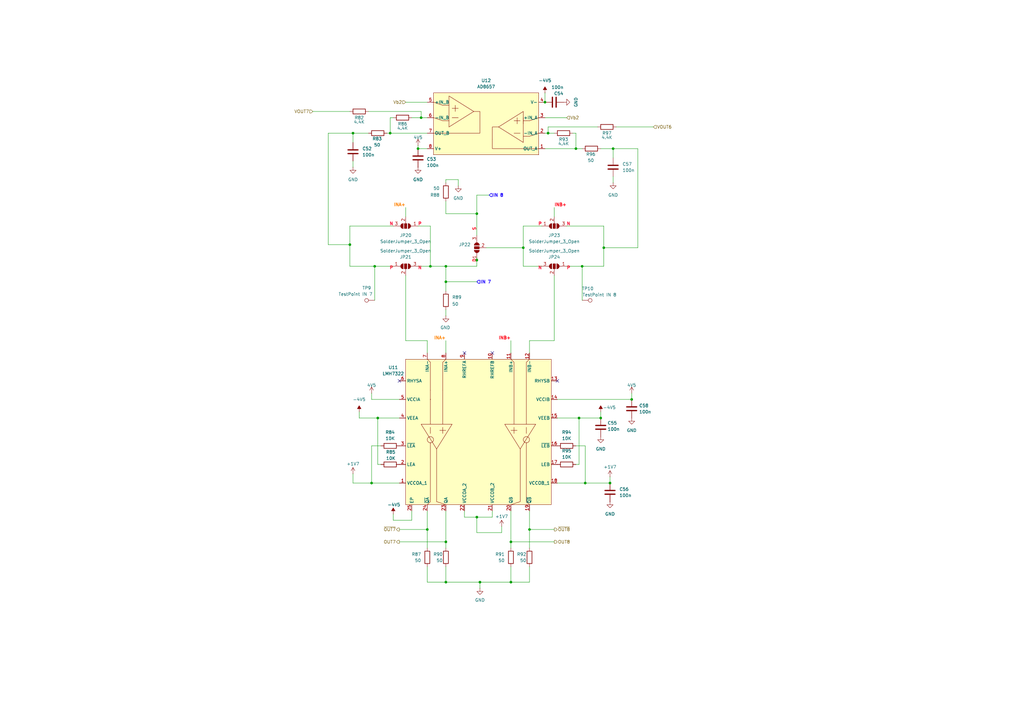
<source format=kicad_sch>
(kicad_sch (version 20231120) (generator "eeschema") (generator_version "8.0")
  (paper "A3")
  (lib_symbols
    (symbol "Connector:TestPoint" (pin_numbers hide) (pin_names (offset 0.762) hide)
      (property "Reference" "TP" (at 0 6.858 0))
      (property "Value" "TestPoint" (at 0 5.08 0))
      (symbol "TestPoint_0_1"
        (circle (center 0 3.302) (radius 0.762))
      )
      (symbol "TestPoint_1_1"
        (pin passive line (at 0 0 90) (length 2.54) (name "1") (number "1"))
      )
    )
    (symbol "Device:C" (pin_numbers hide) (pin_names (offset 0.254))
      (property "Reference" "C" (at 0.635 2.54 0))
      (property "Value" "C" (at 0.635 -2.54 0))
      (symbol "C_0_1"
        (polyline (pts (xy -2.032 -0.762) (xy 2.032 -0.762)) (stroke (width 0.508)))
        (polyline (pts (xy -2.032 0.762) (xy 2.032 0.762)) (stroke (width 0.508)))
      )
      (symbol "C_1_1"
        (pin passive line (at 0 3.81 270) (length 2.794) (name "~") (number "1"))
        (pin passive line (at 0 -3.81 90) (length 2.794) (name "~") (number "2"))
      )
    )
    (symbol "Device:R" (pin_numbers hide) (pin_names (offset 0))
      (property "Reference" "R" (at 2.032 0 90))
      (property "Value" "R" (at 0 0 90))
      (symbol "R_0_1"
        (rectangle (start -1.016 -2.54) (end 1.016 2.54) (stroke (width 0.254)))
      )
      (symbol "R_1_1"
        (pin passive line (at 0 3.81 270) (length 1.27) (name "~") (number "1"))
        (pin passive line (at 0 -3.81 90) (length 1.27) (name "~") (number "2"))
      )
    )
    (symbol "SolderJumper_3_Open_3" (pin_names (offset 0) hide) (exclude_from_sim yes) (in_bom no)
      (property "Reference" "JP" (at -2.54 -2.54 0))
      (property "Value" "SolderJumper_3_Open" (at 0 2.794 0))
      (symbol "SolderJumper_3_Open_3_0_1"
        (arc (start -1.016 1.016) (mid -2.0276 0) (end -1.016 -1.016))
        (arc (start -1.016 1.016) (mid -2.0276 0) (end -1.016 -1.016) (fill (type outline)))
        (rectangle (start -0.508 1.016) (end 0.508 -1.016) (fill (type outline)))
        (polyline (pts (xy -2.54 0) (xy -2.032 0)))
        (polyline (pts (xy -1.016 1.016) (xy -1.016 -1.016)))
        (polyline (pts (xy 0 -1.27) (xy 0 -1.016)))
        (polyline (pts (xy 1.016 1.016) (xy 1.016 -1.016)))
        (polyline (pts (xy 2.54 0) (xy 2.032 0)))
        (arc (start 1.016 -1.016) (mid 2.0276 0) (end 1.016 1.016))
        (arc (start 1.016 -1.016) (mid 2.0276 0) (end 1.016 1.016) (fill (type outline)))
      )
      (symbol "SolderJumper_3_Open_3_1_1"
        (pin passive line (at -5.08 0 0) (length 2.54) (name "A") (number "1"))
        (pin passive line (at 0 -3.81 90) (length 2.54) (name "C") (number "2"))
        (pin passive line (at 5.08 0 180) (length 2.54) (name "B") (number "3"))
      )
    )
    (symbol "power:+1V2" (power) (pin_numbers hide) (pin_names (offset 0) hide)
      (property "Value" "+1V2" (at 0 3.556 0))
      (symbol "+1V2_0_1"
        (polyline (pts (xy -0.762 1.27) (xy 0 2.54)))
        (polyline (pts (xy 0 0) (xy 0 2.54)))
        (polyline (pts (xy 0 2.54) (xy 0.762 1.27)))
      )
      (symbol "+1V2_1_1"
        (pin power_in line (at 0 0 90) (length 0) (name "~") (number "1"))
      )
    )
    (symbol "power:+8V" (power) (pin_numbers hide) (pin_names (offset 0) hide)
      (property "Value" "+8V" (at 0 3.556 0))
      (symbol "+8V_0_1"
        (polyline (pts (xy -0.762 1.27) (xy 0 2.54)))
        (polyline (pts (xy 0 0) (xy 0 2.54)))
        (polyline (pts (xy 0 2.54) (xy 0.762 1.27)))
      )
      (symbol "+8V_1_1"
        (pin power_in line (at 0 0 90) (length 0) (name "~") (number "1"))
      )
    )
    (symbol "power:-8V" (power) (pin_numbers hide) (pin_names (offset 0) hide)
      (property "Value" "-8V" (at 0 3.556 0))
      (symbol "-8V_0_0"
        (pin power_in line (at 0 0 90) (length 0) (name "~") (number "1"))
      )
      (symbol "-8V_0_1"
        (polyline (pts (xy 0 0) (xy 0 1.27) (xy 0.762 1.27) (xy 0 2.54) (xy -0.762 1.27) (xy 0 1.27)) (fill (type outline)))
      )
    )
    (symbol "power:GND" (power) (pin_numbers hide) (pin_names (offset 0) hide)
      (property "Value" "GND" (at 0 -3.81 0))
      (symbol "GND_0_1"
        (polyline (pts (xy 0 0) (xy 0 -1.27) (xy 1.27 -1.27) (xy 0 -2.54) (xy -1.27 -1.27) (xy 0 -1.27)))
      )
      (symbol "GND_1_1"
        (pin power_in line (at 0 0 270) (length 0) (name "~") (number "1"))
      )
    )
    (symbol "prova:AD8657"
      (property "Reference" "U" (at 9.906 3.556 0))
      (property "Value" "AD8657" (at 10.16 5.842 0))
      (symbol "AD8657_0_1"
        (polyline (pts (xy 12.7 17.78) (xy 12.7 20.32)))
        (polyline (pts (xy 13.97 19.05) (xy 16.51 19.05)))
        (polyline (pts (xy 13.97 24.13) (xy 16.51 24.13)))
        (polyline (pts (xy 15.24 20.32) (xy 15.24 17.78)))
        (polyline (pts (xy 16.51 19.05) (xy 16.51 19.05)))
        (polyline (pts (xy 36.83 17.78) (xy 36.83 17.78)))
        (polyline (pts (xy 39.37 13.97) (xy 41.91 13.97)))
        (polyline (pts (xy 39.37 17.78) (xy 41.91 17.78)))
        (polyline (pts (xy 40.64 15.24) (xy 40.64 12.7)))
      )
      (symbol "AD8657_1_1"
        (polyline (pts (xy 6.35 17.78) (xy 10.16 19.05)))
        (polyline (pts (xy 10.16 25.4) (xy 6.35 24.13)))
        (polyline (pts (xy 11.43 19.05) (xy 10.16 19.05)))
        (polyline (pts (xy 11.43 19.05) (xy 12.7 19.05)))
        (polyline (pts (xy 11.43 25.4) (xy 10.16 25.4)))
        (polyline (pts (xy 11.43 25.4) (xy 12.7 25.4)))
        (polyline (pts (xy 22.86 21.59) (xy 25.4 21.59) (xy 25.4 26.67)))
        (polyline (pts (xy 25.4 26.67) (xy 25.4 30.48) (xy 6.35 30.48)))
        (polyline (pts (xy 49.53 11.43) (xy 45.72 12.7) (xy 43.18 12.7)))
        (polyline (pts (xy 49.53 17.78) (xy 45.72 19.05) (xy 43.18 19.05)))
        (polyline (pts (xy 12.7 15.24) (xy 12.7 27.94) (xy 22.86 21.59) (xy 12.7 15.24)))
        (polyline (pts (xy 33.02 15.24) (xy 30.48 15.24) (xy 30.48 24.13) (xy 49.53 24.13)))
        (polyline (pts (xy 43.18 21.59) (xy 43.18 8.89) (xy 33.02 15.24) (xy 43.18 21.59)))
        (rectangle (start 6.35 33.02) (end 49.53 7.62) (fill (type background)))
        (pin output line (at 3.81 30.48 0) (length 2.54) (name "OUT_A") (number "1"))
        (pin input line (at 3.81 24.13 0) (length 2.54) (name "-IN_A") (number "2"))
        (pin input line (at 3.81 17.78 0) (length 2.54) (name "+IN_A") (number "3"))
        (pin input line (at 3.81 11.43 0) (length 2.54) (name "V-") (number "4"))
        (pin input line (at 52.07 11.43 180) (length 2.54) (name "+IN_B") (number "5"))
        (pin input line (at 52.07 17.78 180) (length 2.54) (name "-IN_B") (number "6"))
        (pin input line (at 52.07 24.13 180) (length 2.54) (name "OUT_B") (number "7"))
        (pin input line (at 52.07 30.48 180) (length 2.54) (name "V+") (number "8"))
      )
    )
    (symbol "prova:LMH7322"
      (property "Reference" "U" (at 11.684 8.89 0))
      (property "Value" "LMH7322" (at 20.32 16.51 0))
      (symbol "LMH7322_0_1"
        (circle (center -8.89 -5.08) (radius 0.0001))
        (circle (center -8.89 11.43) (radius 1.27))
        (polyline (pts (xy -8.89 -8.89) (xy -8.89 5.08)))
        (polyline (pts (xy -8.89 8.89) (xy -8.89 6.35)))
        (polyline (pts (xy -3.81 -8.89) (xy -3.81 5.08)))
        (polyline (pts (xy -3.81 8.89) (xy -3.81 6.35)))
        (polyline (pts (xy -2.54 7.62) (xy -5.08 7.62)))
        (polyline (pts (xy 25.4 8.89) (xy 25.4 6.35)))
        (polyline (pts (xy 26.67 7.62) (xy 24.13 7.62)))
        (polyline (pts (xy 30.48 -2.54) (xy 30.48 -2.54)))
        (polyline (pts (xy 30.48 8.89) (xy 30.48 6.35)))
        (polyline (pts (xy -8.89 -8.89) (xy -8.89 -20.32) (xy -10.16 -21.59)))
        (polyline (pts (xy -8.89 12.7) (xy -8.89 36.83) (xy -10.16 38.1)))
        (polyline (pts (xy -6.35 15.24) (xy -6.35 36.83) (xy -2.54 38.1)))
        (polyline (pts (xy -3.81 -8.89) (xy -3.81 -20.32) (xy -2.54 -21.59)))
        (polyline (pts (xy 27.94 15.24) (xy 27.94 36.83) (xy 24.13 38.1)))
        (polyline (pts (xy 30.48 12.7) (xy 30.48 36.83) (xy 31.75 38.1)))
        (circle (center 30.48 11.43) (radius 1.27))
      )
      (symbol "LMH7322_1_1"
        (rectangle (start -19.05 38.1) (end 40.64 -21.59) (fill (type background)))
        (polyline (pts (xy 0 5.08) (xy -12.7 5.08) (xy -6.35 15.24) (xy 0 5.08)))
        (polyline (pts (xy 24.13 -21.59) (xy 25.4 -20.32) (xy 25.4 -16.51) (xy 25.4 5.08)) (fill (type background)))
        (polyline (pts (xy 30.48 5.08) (xy 30.48 -16.51) (xy 30.48 -20.32) (xy 31.75 -21.59)) (fill (type background)))
        (polyline (pts (xy 34.29 5.08) (xy 21.59 5.08) (xy 27.94 15.24) (xy 34.29 5.08)) (fill (type background)))
        (pin input line (at -21.59 29.21 0) (length 2.54) (name "VCCOA_1") (number "1"))
        (pin input line (at 16.51 -24.13 90) (length 2.54) (name "RHREFB") (number "10"))
        (pin input line (at 24.13 -24.13 90) (length 2.54) (name "INB+") (number "11"))
        (pin input line (at 31.75 -24.13 90) (length 2.54) (name "INB-") (number "12"))
        (pin input line (at 43.18 -12.7 180) (length 2.54) (name "RHYSB") (number "13"))
        (pin input line (at 43.18 -5.08 180) (length 2.54) (name "VCCIB") (number "14"))
        (pin input line (at 43.18 2.54 180) (length 2.54) (name "VEEB") (number "15"))
        (pin input line (at 43.18 13.97 180) (length 2.54) (name "~{LEB}") (number "16"))
        (pin input line (at 43.18 21.59 180) (length 2.54) (name "LEB") (number "17"))
        (pin input line (at 43.18 29.21 180) (length 2.54) (name "VCCOB_1") (number "18"))
        (pin output line (at 31.75 40.64 270) (length 2.54) (name "~{QB}") (number "19"))
        (pin input line (at -21.59 21.59 0) (length 2.54) (name "LEA") (number "2"))
        (pin output line (at 24.13 40.64 270) (length 2.54) (name "QB") (number "20"))
        (pin input line (at 16.51 40.64 270) (length 2.54) (name "VCCOB_2") (number "21"))
        (pin input line (at 5.08 40.64 270) (length 2.54) (name "VCCOA_2") (number "22"))
        (pin output line (at -2.54 40.64 270) (length 2.54) (name "QA") (number "23"))
        (pin output line (at -10.16 40.64 270) (length 2.54) (name "~{QA}") (number "24"))
        (pin passive line (at -16.51 40.64 270) (length 2.54) (name "EP") (number "25"))
        (pin input line (at -21.59 13.97 0) (length 2.54) (name "~{LEA}") (number "3"))
        (pin input line (at -21.59 2.54 0) (length 2.54) (name "VEEA") (number "4"))
        (pin input line (at -21.59 -5.08 0) (length 2.54) (name "VCCIA") (number "5"))
        (pin input line (at -21.59 -12.7 0) (length 2.54) (name "RHYSA") (number "6"))
        (pin input line (at -10.16 -24.13 90) (length 2.54) (name "INA-") (number "7"))
        (pin input line (at -2.54 -24.13 90) (length 2.54) (name "INA+") (number "8"))
        (pin input line (at 5.08 -24.13 90) (length 2.54) (name "RHREFA") (number "9"))
      )
    )
  )
  (junction (at 209.55 222.25))
  (junction (at 160.02 54.61))
  (junction (at 196.85 238.76))
  (junction (at 240.03 198.12))
  (junction (at 195.58 212.09))
  (junction (at 209.55 238.76))
  (junction (at 171.45 60.96))
  (junction (at 247.65 101.6))
  (junction (at 251.46 60.96))
  (junction (at 175.26 217.17))
  (junction (at 246.38 171.45))
  (junction (at 217.17 217.17))
  (junction (at 250.19 198.12))
  (junction (at 182.88 238.76))
  (junction (at 237.49 171.45))
  (junction (at 223.52 41.91))
  (junction (at 144.78 54.61))
  (junction (at 224.79 54.61))
  (junction (at 214.63 101.6))
  (junction (at 236.22 60.96))
  (junction (at 259.08 163.83))
  (junction (at 182.88 109.22))
  (junction (at 182.88 115.57))
  (junction (at 195.58 106.68))
  (junction (at 182.88 222.25))
  (junction (at 154.94 171.45))
  (junction (at 195.58 87.63))
  (junction (at 238.76 109.22))
  (junction (at 176.53 109.22))
  (junction (at 152.4 198.12))
  (junction (at 172.72 48.26))
  (junction (at 143.51 100.33))
  (junction (at 153.67 109.22))
  (no_connect (at 163.83 156.21))
  (no_connect (at 190.5 144.78))
  (no_connect (at 228.6 156.21))
  (no_connect (at 201.93 144.78))
  (wire (pts (xy 175.26 144.78) (xy 175.26 139.7)))
  (wire (pts (xy 236.22 182.88) (xy 240.03 182.88)))
  (wire (pts (xy 228.6 163.83) (xy 259.08 163.83)))
  (wire (pts (xy 182.88 222.25) (xy 182.88 224.79)))
  (wire (pts (xy 182.88 127) (xy 182.88 129.54)))
  (wire (pts (xy 175.26 139.7) (xy 166.37 139.7)))
  (wire (pts (xy 182.88 115.57) (xy 195.58 115.57)))
  (wire (pts (xy 227.33 217.17) (xy 217.17 217.17)))
  (wire (pts (xy 163.83 198.12) (xy 152.4 198.12)))
  (wire (pts (xy 182.88 222.25) (xy 163.83 222.25)))
  (wire (pts (xy 143.51 92.71) (xy 161.29 92.71)))
  (wire (pts (xy 176.53 92.71) (xy 176.53 109.22)))
  (wire (pts (xy 199.39 101.6) (xy 214.63 101.6)))
  (wire (pts (xy 195.58 87.63) (xy 195.58 96.52)))
  (wire (pts (xy 158.75 54.61) (xy 160.02 54.61)))
  (wire (pts (xy 246.38 168.91) (xy 246.38 171.45)))
  (wire (pts (xy 190.5 212.09) (xy 190.5 209.55)))
  (wire (pts (xy 232.41 92.71) (xy 247.65 92.71)))
  (wire (pts (xy 182.88 119.38) (xy 182.88 115.57)))
  (wire (pts (xy 227.33 222.25) (xy 209.55 222.25)))
  (wire (pts (xy 217.17 238.76) (xy 209.55 238.76)))
  (wire (pts (xy 201.93 212.09) (xy 201.93 209.55)))
  (wire (pts (xy 238.76 109.22) (xy 247.65 109.22)))
  (wire (pts (xy 240.03 198.12) (xy 228.6 198.12)))
  (wire (pts (xy 182.88 73.66) (xy 187.96 73.66)))
  (wire (pts (xy 217.17 139.7) (xy 227.33 139.7)))
  (wire (pts (xy 209.55 222.25) (xy 209.55 224.79)))
  (wire (pts (xy 176.53 109.22) (xy 171.45 109.22)))
  (wire (pts (xy 175.26 209.55) (xy 175.26 217.17)))
  (wire (pts (xy 236.22 54.61) (xy 236.22 60.96)))
  (wire (pts (xy 182.88 209.55) (xy 182.88 222.25)))
  (wire (pts (xy 154.94 190.5) (xy 154.94 171.45)))
  (wire (pts (xy 153.67 109.22) (xy 153.67 123.19)))
  (wire (pts (xy 168.91 213.36) (xy 161.29 213.36)))
  (wire (pts (xy 152.4 198.12) (xy 144.78 198.12)))
  (wire (pts (xy 190.5 212.09) (xy 195.58 212.09)))
  (wire (pts (xy 154.94 171.45) (xy 147.32 171.45)))
  (wire (pts (xy 232.41 109.22) (xy 238.76 109.22)))
  (wire (pts (xy 217.17 217.17) (xy 217.17 224.79)))
  (wire (pts (xy 217.17 232.41) (xy 217.17 238.76)))
  (wire (pts (xy 195.58 80.01) (xy 195.58 87.63)))
  (wire (pts (xy 143.51 92.71) (xy 143.51 100.33)))
  (wire (pts (xy 222.25 92.71) (xy 214.63 92.71)))
  (wire (pts (xy 247.65 101.6) (xy 247.65 109.22)))
  (wire (pts (xy 171.45 92.71) (xy 176.53 92.71)))
  (wire (pts (xy 251.46 64.77) (xy 251.46 60.96)))
  (wire (pts (xy 223.52 60.96) (xy 236.22 60.96)))
  (wire (pts (xy 134.62 100.33) (xy 134.62 54.61)))
  (wire (pts (xy 182.88 82.55) (xy 182.88 87.63)))
  (wire (pts (xy 205.74 215.9) (xy 205.74 218.44)))
  (wire (pts (xy 168.91 209.55) (xy 168.91 213.36)))
  (wire (pts (xy 144.78 58.42) (xy 144.78 54.61)))
  (wire (pts (xy 224.79 54.61) (xy 227.33 54.61)))
  (wire (pts (xy 196.85 238.76) (xy 196.85 241.3)))
  (wire (pts (xy 161.29 210.82) (xy 161.29 213.36)))
  (wire (pts (xy 134.62 54.61) (xy 144.78 54.61)))
  (wire (pts (xy 259.08 161.29) (xy 259.08 163.83)))
  (wire (pts (xy 153.67 109.22) (xy 161.29 109.22)))
  (wire (pts (xy 224.79 52.07) (xy 245.11 52.07)))
  (wire (pts (xy 250.19 198.12) (xy 240.03 198.12)))
  (wire (pts (xy 128.27 45.72) (xy 143.51 45.72)))
  (wire (pts (xy 160.02 54.61) (xy 160.02 48.26)))
  (wire (pts (xy 247.65 92.71) (xy 247.65 101.6)))
  (wire (pts (xy 227.33 113.03) (xy 227.33 139.7)))
  (wire (pts (xy 236.22 190.5) (xy 237.49 190.5)))
  (wire (pts (xy 195.58 105.41) (xy 195.58 106.68)))
  (wire (pts (xy 152.4 182.88) (xy 156.21 182.88)))
  (wire (pts (xy 246.38 60.96) (xy 251.46 60.96)))
  (wire (pts (xy 224.79 54.61) (xy 223.52 54.61)))
  (wire (pts (xy 195.58 109.22) (xy 182.88 109.22)))
  (wire (pts (xy 267.97 52.07) (xy 252.73 52.07)))
  (wire (pts (xy 175.26 217.17) (xy 175.26 224.79)))
  (wire (pts (xy 182.88 139.7) (xy 182.88 144.78)))
  (wire (pts (xy 261.62 60.96) (xy 251.46 60.96)))
  (wire (pts (xy 247.65 101.6) (xy 261.62 101.6)))
  (wire (pts (xy 152.4 163.83) (xy 163.83 163.83)))
  (wire (pts (xy 166.37 85.09) (xy 166.37 88.9)))
  (wire (pts (xy 163.83 171.45) (xy 154.94 171.45)))
  (wire (pts (xy 143.51 109.22) (xy 153.67 109.22)))
  (wire (pts (xy 144.78 194.31) (xy 144.78 198.12)))
  (wire (pts (xy 250.19 195.58) (xy 250.19 198.12)))
  (wire (pts (xy 143.51 100.33) (xy 134.62 100.33)))
  (wire (pts (xy 209.55 209.55) (xy 209.55 222.25)))
  (wire (pts (xy 166.37 41.91) (xy 175.26 41.91)))
  (wire (pts (xy 152.4 182.88) (xy 152.4 198.12)))
  (wire (pts (xy 175.26 60.96) (xy 171.45 60.96)))
  (wire (pts (xy 166.37 113.03) (xy 166.37 139.7)))
  (wire (pts (xy 195.58 212.09) (xy 195.58 218.44)))
  (wire (pts (xy 209.55 232.41) (xy 209.55 238.76)))
  (wire (pts (xy 224.79 54.61) (xy 224.79 52.07)))
  (wire (pts (xy 240.03 182.88) (xy 240.03 198.12)))
  (wire (pts (xy 236.22 60.96) (xy 238.76 60.96)))
  (wire (pts (xy 195.58 212.09) (xy 201.93 212.09)))
  (wire (pts (xy 182.88 87.63) (xy 195.58 87.63)))
  (wire (pts (xy 172.72 48.26) (xy 172.72 45.72)))
  (wire (pts (xy 227.33 85.09) (xy 227.33 88.9)))
  (wire (pts (xy 195.58 80.01) (xy 200.66 80.01)))
  (wire (pts (xy 144.78 66.04) (xy 144.78 68.58)))
  (wire (pts (xy 214.63 109.22) (xy 222.25 109.22)))
  (wire (pts (xy 182.88 73.66) (xy 182.88 74.93)))
  (wire (pts (xy 261.62 101.6) (xy 261.62 60.96)))
  (wire (pts (xy 156.21 190.5) (xy 154.94 190.5)))
  (wire (pts (xy 175.26 217.17) (xy 163.83 217.17)))
  (wire (pts (xy 223.52 38.1) (xy 223.52 41.91)))
  (wire (pts (xy 234.95 54.61) (xy 236.22 54.61)))
  (wire (pts (xy 238.76 109.22) (xy 238.76 123.19)))
  (wire (pts (xy 182.88 238.76) (xy 175.26 238.76)))
  (wire (pts (xy 187.96 73.66) (xy 187.96 76.2)))
  (wire (pts (xy 175.26 232.41) (xy 175.26 238.76)))
  (wire (pts (xy 214.63 92.71) (xy 214.63 101.6)))
  (wire (pts (xy 168.91 48.26) (xy 172.72 48.26)))
  (wire (pts (xy 228.6 171.45) (xy 237.49 171.45)))
  (wire (pts (xy 196.85 238.76) (xy 182.88 238.76)))
  (wire (pts (xy 209.55 238.76) (xy 196.85 238.76)))
  (wire (pts (xy 160.02 54.61) (xy 175.26 54.61)))
  (wire (pts (xy 151.13 45.72) (xy 172.72 45.72)))
  (wire (pts (xy 147.32 168.91) (xy 147.32 171.45)))
  (wire (pts (xy 195.58 106.68) (xy 195.58 109.22)))
  (wire (pts (xy 182.88 232.41) (xy 182.88 238.76)))
  (wire (pts (xy 217.17 209.55) (xy 217.17 217.17)))
  (wire (pts (xy 143.51 100.33) (xy 143.51 109.22)))
  (wire (pts (xy 144.78 54.61) (xy 151.13 54.61)))
  (wire (pts (xy 182.88 109.22) (xy 176.53 109.22)))
  (wire (pts (xy 237.49 190.5) (xy 237.49 171.45)))
  (wire (pts (xy 251.46 72.39) (xy 251.46 74.93)))
  (wire (pts (xy 223.52 48.26) (xy 232.41 48.26)))
  (wire (pts (xy 246.38 171.45) (xy 237.49 171.45)))
  (wire (pts (xy 171.45 59.69) (xy 171.45 60.96)))
  (wire (pts (xy 172.72 48.26) (xy 175.26 48.26)))
  (wire (pts (xy 214.63 101.6) (xy 214.63 109.22)))
  (wire (pts (xy 195.58 218.44) (xy 205.74 218.44)))
  (wire (pts (xy 209.55 139.7) (xy 209.55 144.78)))
  (wire (pts (xy 182.88 109.22) (xy 182.88 115.57)))
  (wire (pts (xy 152.4 161.29) (xy 152.4 163.83)))
  (wire (pts (xy 217.17 144.78) (xy 217.17 139.7)))
  (wire (pts (xy 160.02 48.26) (xy 161.29 48.26)))
  (text "N" (at 221.488 109.982 0) (effects (font (size 1.27 1.27) (thickness 0.254) (bold yes))))
  (text "P\n" (at 221.488 91.948 0) (effects (font (size 1.27 1.27) (thickness 0.254) (bold yes))))
  (text "N" (at 172.212 109.982 0) (effects (font (size 1.27 1.27) (thickness 0.254) (bold yes))))
  (text "D" (at 194.564 106.934 90) (effects (font (size 1.27 1.27) (thickness 0.254) (bold yes))))
  (text "P\n" (at 233.172 109.982 0) (effects (font (size 1.27 1.27) (thickness 0.254) (bold yes))))
  (text "N" (at 233.172 91.948 0) (effects (font (size 1.27 1.27) (thickness 0.254) (bold yes))))
  (text "S" (at 194.564 93.98 90) (effects (font (size 1.27 1.27) (thickness 0.254) (bold yes))))
  (text "P\n" (at 160.528 109.982 0) (effects (font (size 1.27 1.27) (thickness 0.254) (bold yes))))
  (text "P\n" (at 172.212 91.948 0) (effects (font (size 1.27 1.27) (thickness 0.254) (bold yes))))
  (text "N" (at 160.528 91.948 0) (effects (font (size 1.27 1.27) (thickness 0.254) (bold yes))))
  (label "INB+" (at 209.55 139.7 180) (effects (font (thickness 0.254) (bold yes))))
  (label "INA+" (at 166.37 85.09 180) (effects (font (thickness 0.254) (bold yes))))
  (label "INB+" (at 227.33 85.09 0) (effects (font (thickness 0.254) (bold yes))))
  (label "INA+" (at 182.88 139.7 180) (effects (font (thickness 0.254) (bold yes))))
  (hierarchical_label "VOUT6" (shape input) (at 267.97 52.07 0))
  (hierarchical_label "Vb2" (shape input) (at 232.41 48.26 0))
  (hierarchical_label "~{OUT7}" (shape output) (at 163.83 217.17 180))
  (hierarchical_label "~{OUT8}" (shape output) (at 227.33 217.17 0))
  (hierarchical_label "Vb2" (shape input) (at 166.37 41.91 180))
  (hierarchical_label "OUT8" (shape output) (at 227.33 222.25 0))
  (hierarchical_label "VOUT7" (shape input) (at 128.27 45.72 180))
  (hierarchical_label "IN 8" (shape input) (at 200.66 80.01 0) (effects (font (thickness 0.254) (bold yes))))
  (hierarchical_label "IN 7" (shape input) (at 195.58 115.57 0) (effects (font (thickness 0.254) (bold yes))))
  (hierarchical_label "OUT7" (shape output) (at 163.83 222.25 180))
  (symbol (lib_id "Device:R") (at 175.26 228.6 0) (mirror y) (unit 1)
    (property "Reference" "R87" (at 172.72 227.3299 0) (effects (justify left)))
    (property "Value" "50" (at 172.72 229.8699 0) (effects (justify left)))
    (property "Footprint" "Resistor_SMD:R_0603_1608Metric_Pad0.98x0.95mm_HandSolder" (effects (hide yes)))
    (property "Description" "Resistor" (effects (hide yes)))
  )
  (symbol (lib_id "Device:R") (at 231.14 54.61 270) (unit 1)
    (property "Reference" "R93" (at 231.14 57.15 90))
    (property "Value" "4.4K" (at 231.14 58.928 90))
    (property "Footprint" "Resistor_SMD:R_0603_1608Metric_Pad0.98x0.95mm_HandSolder" (effects (hide yes)))
    (property "Description" "Resistor" (effects (hide yes)))
  )
  (symbol (lib_id "Device:R") (at 242.57 60.96 90) (unit 1)
    (property "Reference" "R96" (at 242.316 63.246 90))
    (property "Value" "50" (at 242.316 65.786 90))
    (property "Footprint" "Resistor_SMD:R_0603_1608Metric_Pad0.98x0.95mm_HandSolder" (effects (hide yes)))
    (property "Description" "Resistor" (effects (hide yes)))
  )
  (symbol (lib_id "power:-8V") (at 147.32 168.91 0) (mirror y) (unit 1)
    (property "Reference" "#PWR0129" (effects (hide yes)))
    (property "Value" "-4V5" (at 147.32 163.83 0))
    (property "Description" "Power symbol creates a global label with name \"-8V\"" (effects (hide yes)))
  )
  (symbol (lib_id "power:GND") (at 187.96 76.2 0) (unit 1)
    (property "Reference" "#PWR0135" (effects (hide yes)))
    (property "Value" "GND" (at 187.96 81.28 0))
    (property "Description" "Power symbol creates a global label with name \"GND\" , ground" (effects (hide yes)))
  )
  (symbol (lib_id "power:GND") (at 246.38 179.07 0) (unit 1)
    (property "Reference" "#PWR0142" (effects (hide yes)))
    (property "Value" "GND" (at 246.38 184.15 0))
    (property "Description" "Power symbol creates a global label with name \"GND\" , ground" (effects (hide yes)))
  )
  (symbol (lib_id "power:GND") (at 171.45 68.58 0) (unit 1)
    (property "Reference" "#PWR0133" (effects (hide yes)))
    (property "Value" "GND" (at 171.45 73.66 0))
    (property "Description" "Power symbol creates a global label with name \"GND\" , ground" (effects (hide yes)))
  )
  (symbol (lib_id "power:-8V") (at 246.38 168.91 0) (mirror y) (unit 1)
    (property "Reference" "#PWR0141" (effects (hide yes)))
    (property "Value" "-4V5" (at 249.936 167.132 0))
    (property "Description" "Power symbol creates a global label with name \"-8V\"" (effects (hide yes)))
  )
  (symbol (lib_name "SolderJumper_3_Open_3") (lib_id "Jumper:SolderJumper_3_Open") (at 195.58 101.6 90) (unit 1) (exclude_from_sim yes) (in_bom no)
    (property "Reference" "JP22" (at 193.04 100.3299 90) (effects (justify left)))
    (property "Value" "SolderJumper_3_Open" (effects (hide yes)))
    (property "Footprint" "Jumper:SolderJumper-3_P1.3mm_Open_RoundedPad1.0x1.5mm_NumberLabels" (effects (hide yes)))
    (property "Description" "Solder Jumper, 3-pole, open" (effects (hide yes)))
  )
  (symbol (lib_id "power:GND") (at 144.78 68.58 0) (unit 1)
    (property "Reference" "#PWR0127" (effects (hide yes)))
    (property "Value" "GND" (at 144.78 73.66 0))
    (property "Description" "Power symbol creates a global label with name \"GND\" , ground" (effects (hide yes)))
  )
  (symbol (lib_id "power:+8V") (at 171.45 59.69 0) (unit 1)
    (property "Reference" "#PWR0132" (effects (hide yes)))
    (property "Value" "4V5" (at 171.45 56.388 0))
    (property "Description" "Power symbol creates a global label with name \"+8V\"" (effects (hide yes)))
  )
  (symbol (lib_id "power:+8V") (at 152.4 161.29 0) (mirror y) (unit 1)
    (property "Reference" "#PWR0130" (effects (hide yes)))
    (property "Value" "4V5" (at 152.4 157.988 0))
    (property "Description" "Power symbol creates a global label with name \"+8V\"" (effects (hide yes)))
  )
  (symbol (lib_id "power:GND") (at 231.14 41.91 90) (unit 1)
    (property "Reference" "#PWR0139" (effects (hide yes)))
    (property "Value" "GND" (at 236.22 41.91 0))
    (property "Description" "Power symbol creates a global label with name \"GND\" , ground" (effects (hide yes)))
  )
  (symbol (lib_name "SolderJumper_3_Open_3") (lib_id "Jumper:SolderJumper_3_Open") (at 227.33 92.71 0) (mirror x) (unit 1) (exclude_from_sim yes) (in_bom no)
    (property "Reference" "JP23" (at 227.33 96.52 0))
    (property "Value" "SolderJumper_3_Open" (at 227.33 99.06 0))
    (property "Footprint" "Jumper:SolderJumper-3_P1.3mm_Open_RoundedPad1.0x1.5mm_NumberLabels" (effects (hide yes)))
    (property "Description" "Solder Jumper, 3-pole, open" (effects (hide yes)))
  )
  (symbol (lib_id "Device:C") (at 250.19 201.93 0) (unit 1)
    (property "Reference" "C56" (at 254 200.6599 0) (effects (justify left)))
    (property "Value" "100n" (at 254 203.1999 0) (effects (justify left)))
    (property "Footprint" "Capacitor_SMD:C_0603_1608Metric_Pad1.08x0.95mm_HandSolder" (effects (hide yes)))
    (property "Description" "Unpolarized capacitor" (effects (hide yes)))
  )
  (symbol (lib_id "Device:C") (at 246.38 175.26 0) (unit 1)
    (property "Reference" "C55" (at 249.174 173.482 0) (effects (justify left)))
    (property "Value" "100n" (at 249.174 176.022 0) (effects (justify left)))
    (property "Footprint" "Capacitor_SMD:C_0603_1608Metric_Pad1.08x0.95mm_HandSolder" (effects (hide yes)))
    (property "Description" "Unpolarized capacitor" (effects (hide yes)))
  )
  (symbol (lib_id "Connector:TestPoint") (at 238.76 123.19 270) (unit 1)
    (property "Reference" "TP10" (at 241.046 118.364 90))
    (property "Value" "TestPoint IN 8" (at 245.872 120.904 90))
    (property "Footprint" "TestPoint:TestPoint_Pad_D1.0mm" (effects (hide yes)))
    (property "Description" "test point" (effects (hide yes)))
  )
  (symbol (lib_id "Device:R") (at 232.41 190.5 270) (mirror x) (unit 1)
    (property "Reference" "R95" (at 232.41 184.912 90))
    (property "Value" "10K" (at 232.41 187.452 90))
    (property "Footprint" "Resistor_SMD:R_0603_1608Metric_Pad0.98x0.95mm_HandSolder" (effects (hide yes)))
    (property "Description" "Resistor" (effects (hide yes)))
  )
  (symbol (lib_id "Device:C") (at 259.08 167.64 0) (unit 1)
    (property "Reference" "C58" (at 262.128 166.37 0) (effects (justify left)))
    (property "Value" "100n" (at 262.128 168.91 0) (effects (justify left)))
    (property "Footprint" "Capacitor_SMD:C_0603_1608Metric_Pad1.08x0.95mm_HandSolder" (effects (hide yes)))
    (property "Description" "Unpolarized capacitor" (effects (hide yes)))
  )
  (symbol (lib_id "Connector:TestPoint") (at 153.67 123.19 90) (unit 1)
    (property "Reference" "TP9" (at 150.368 118.11 90))
    (property "Value" "TestPoint IN 7" (at 145.796 120.65 90))
    (property "Footprint" "TestPoint:TestPoint_Pad_D1.0mm" (effects (hide yes)))
    (property "Description" "test point" (effects (hide yes)))
  )
  (symbol (lib_id "Device:R") (at 165.1 48.26 270) (unit 1)
    (property "Reference" "R86" (at 165.1 50.8 90))
    (property "Value" "4.4K" (at 165.1 52.578 90))
    (property "Footprint" "Resistor_SMD:R_0603_1608Metric_Pad0.98x0.95mm_HandSolder" (effects (hide yes)))
    (property "Description" "Resistor" (effects (hide yes)))
  )
  (symbol (lib_id "Device:R") (at 160.02 190.5 270) (mirror x) (unit 1)
    (property "Reference" "R85" (at 160.274 185.42 90))
    (property "Value" "10K" (at 160.274 187.96 90))
    (property "Footprint" "Resistor_SMD:R_0603_1608Metric_Pad0.98x0.95mm_HandSolder" (effects (hide yes)))
    (property "Description" "Resistor" (effects (hide yes)))
  )
  (symbol (lib_id "Device:R") (at 182.88 123.19 180) (unit 1)
    (property "Reference" "R89" (at 185.42 121.9199 0) (effects (justify right)))
    (property "Value" "50" (at 185.42 124.714 0) (effects (justify right)))
    (property "Footprint" "Resistor_SMD:R_0603_1608Metric_Pad0.98x0.95mm_HandSolder" (effects (hide yes)))
    (property "Description" "Resistor" (effects (hide yes)))
  )
  (symbol (lib_id "Device:C") (at 171.45 64.77 0) (unit 1)
    (property "Reference" "C53" (at 175.006 65.278 0) (effects (justify left)))
    (property "Value" "100n" (at 175.006 67.818 0) (effects (justify left)))
    (property "Footprint" "Capacitor_SMD:C_0603_1608Metric_Pad1.08x0.95mm_HandSolder" (effects (hide yes)))
    (property "Description" "Unpolarized capacitor" (effects (hide yes)))
  )
  (symbol (lib_id "Device:C") (at 144.78 62.23 0) (unit 1)
    (property "Reference" "C52" (at 148.59 60.9599 0) (effects (justify left)))
    (property "Value" "100n" (at 148.59 63.4999 0) (effects (justify left)))
    (property "Footprint" "Capacitor_SMD:C_0603_1608Metric_Pad1.08x0.95mm_HandSolder" (effects (hide yes)))
    (property "Description" "Unpolarized capacitor" (effects (hide yes)))
  )
  (symbol (lib_id "Device:R") (at 160.02 182.88 270) (mirror x) (unit 1)
    (property "Reference" "R84" (at 160.02 177.292 90))
    (property "Value" "10K" (at 160.02 179.832 90))
    (property "Footprint" "Resistor_SMD:R_0603_1608Metric_Pad0.98x0.95mm_HandSolder" (effects (hide yes)))
    (property "Description" "Resistor" (effects (hide yes)))
  )
  (symbol (lib_id "Device:R") (at 182.88 228.6 0) (mirror y) (unit 1)
    (property "Reference" "R90" (at 181.61 227.33 0) (effects (justify left)))
    (property "Value" "50" (at 181.61 229.87 0) (effects (justify left)))
    (property "Footprint" "Resistor_SMD:R_0603_1608Metric_Pad0.98x0.95mm_HandSolder" (effects (hide yes)))
    (property "Description" "Resistor" (effects (hide yes)))
  )
  (symbol (lib_id "power:+1V2") (at 205.74 215.9 0) (mirror y) (unit 1)
    (property "Reference" "#PWR0137" (effects (hide yes)))
    (property "Value" "+1V7" (at 205.74 211.836 0))
    (property "Description" "Power symbol creates a global label with name \"+1V2\"" (effects (hide yes)))
  )
  (symbol (lib_id "Device:C") (at 227.33 41.91 90) (unit 1)
    (property "Reference" "C54" (at 231.14 38.354 90) (effects (justify left)))
    (property "Value" "100n" (at 231.14 35.814 90) (effects (justify left)))
    (property "Footprint" "Capacitor_SMD:C_0603_1608Metric_Pad1.08x0.95mm_HandSolder" (effects (hide yes)))
    (property "Description" "Unpolarized capacitor" (effects (hide yes)))
  )
  (symbol (lib_id "prova:AD8657") (at 227.33 30.48 180) (unit 1)
    (property "Reference" "U12" (at 199.39 33.02 0))
    (property "Value" "AD8657" (at 199.39 35.56 0))
    (property "Footprint" "SamacSys_Parts:SOP65P490X110-8N" (effects (hide yes)))
  )
  (symbol (lib_id "Device:R") (at 182.88 78.74 0) (unit 1)
    (property "Reference" "R88" (at 180.34 80.0101 0) (effects (justify right)))
    (property "Value" "50" (at 180.34 77.216 0) (effects (justify right)))
    (property "Footprint" "Resistor_SMD:R_0603_1608Metric_Pad0.98x0.95mm_HandSolder" (effects (hide yes)))
    (property "Description" "Resistor" (effects (hide yes)))
  )
  (symbol (lib_id "power:-8V") (at 161.29 210.82 0) (mirror y) (unit 1)
    (property "Reference" "#PWR0111" (effects (hide yes)))
    (property "Value" "-4V5" (at 161.544 207.01 0))
    (property "Description" "Power symbol creates a global label with name \"-8V\"" (effects (hide yes)))
  )
  (symbol (lib_name "SolderJumper_3_Open_3") (lib_id "Jumper:SolderJumper_3_Open") (at 227.33 109.22 0) (mirror y) (unit 1) (exclude_from_sim yes) (in_bom no)
    (property "Reference" "JP24" (at 227.33 105.41 0))
    (property "Value" "SolderJumper_3_Open" (at 227.33 102.87 0))
    (property "Footprint" "Jumper:SolderJumper-3_P1.3mm_Open_RoundedPad1.0x1.5mm_NumberLabels" (effects (hide yes)))
    (property "Description" "Solder Jumper, 3-pole, open" (effects (hide yes)))
  )
  (symbol (lib_name "SolderJumper_3_Open_3") (lib_id "Jumper:SolderJumper_3_Open") (at 166.37 109.22 0) (unit 1) (exclude_from_sim yes) (in_bom no)
    (property "Reference" "JP21" (at 166.37 105.41 0))
    (property "Value" "SolderJumper_3_Open" (at 166.37 102.87 0))
    (property "Footprint" "Jumper:SolderJumper-3_P1.3mm_Open_RoundedPad1.0x1.5mm_NumberLabels" (effects (hide yes)))
    (property "Description" "Solder Jumper, 3-pole, open" (effects (hide yes)))
  )
  (symbol (lib_id "Device:C") (at 251.46 68.58 0) (unit 1)
    (property "Reference" "C57" (at 255.27 67.3099 0) (effects (justify left)))
    (property "Value" "100n" (at 255.27 69.8499 0) (effects (justify left)))
    (property "Footprint" "Capacitor_SMD:C_0603_1608Metric_Pad1.08x0.95mm_HandSolder" (effects (hide yes)))
    (property "Description" "Unpolarized capacitor" (effects (hide yes)))
  )
  (symbol (lib_id "Device:R") (at 147.32 45.72 270) (unit 1)
    (property "Reference" "R82" (at 147.32 48.26 90))
    (property "Value" "4.4K" (at 147.32 50.038 90))
    (property "Footprint" "Resistor_SMD:R_0603_1608Metric_Pad0.98x0.95mm_HandSolder" (effects (hide yes)))
    (property "Description" "Resistor" (effects (hide yes)))
  )
  (symbol (lib_name "SolderJumper_3_Open_3") (lib_id "Jumper:SolderJumper_3_Open") (at 166.37 92.71 180) (unit 1) (exclude_from_sim yes) (in_bom no)
    (property "Reference" "JP20" (at 166.37 96.52 0))
    (property "Value" "SolderJumper_3_Open" (at 166.37 99.06 0))
    (property "Footprint" "Jumper:SolderJumper-3_P1.3mm_Open_RoundedPad1.0x1.5mm_NumberLabels" (effects (hide yes)))
    (property "Description" "Solder Jumper, 3-pole, open" (effects (hide yes)))
  )
  (symbol (lib_id "power:-8V") (at 223.52 38.1 0) (unit 1)
    (property "Reference" "#PWR0138" (effects (hide yes)))
    (property "Value" "-4V5" (at 223.52 33.02 0))
    (property "Description" "Power symbol creates a global label with name \"-8V\"" (effects (hide yes)))
  )
  (symbol (lib_id "power:+8V") (at 259.08 161.29 0) (mirror y) (unit 1)
    (property "Reference" "#PWR0140" (effects (hide yes)))
    (property "Value" "4V5" (at 259.08 157.988 0))
    (property "Description" "Power symbol creates a global label with name \"+8V\"" (effects (hide yes)))
  )
  (symbol (lib_id "power:GND") (at 250.19 205.74 0) (unit 1)
    (property "Reference" "#PWR0144" (effects (hide yes)))
    (property "Value" "GND" (at 250.19 210.82 0))
    (property "Description" "Power symbol creates a global label with name \"GND\" , ground" (effects (hide yes)))
  )
  (symbol (lib_id "power:GND") (at 259.08 171.45 0) (unit 1)
    (property "Reference" "#PWR0146" (effects (hide yes)))
    (property "Value" "GND" (at 259.08 176.53 0))
    (property "Description" "Power symbol creates a global label with name \"GND\" , ground" (effects (hide yes)))
  )
  (symbol (lib_id "power:GND") (at 196.85 241.3 0) (mirror y) (unit 1)
    (property "Reference" "#PWR0136" (effects (hide yes)))
    (property "Value" "GND" (at 196.85 246.126 0))
    (property "Description" "Power symbol creates a global label with name \"GND\" , ground" (effects (hide yes)))
  )
  (symbol (lib_id "power:+1V2") (at 144.78 194.31 0) (mirror y) (unit 1)
    (property "Reference" "#PWR0128" (effects (hide yes)))
    (property "Value" "+1V7" (at 144.78 190.246 0))
    (property "Description" "Power symbol creates a global label with name \"+1V2\"" (effects (hide yes)))
  )
  (symbol (lib_id "Device:R") (at 232.41 182.88 270) (mirror x) (unit 1)
    (property "Reference" "R94" (at 232.41 177.292 90))
    (property "Value" "10K" (at 232.41 179.832 90))
    (property "Footprint" "Resistor_SMD:R_0603_1608Metric_Pad0.98x0.95mm_HandSolder" (effects (hide yes)))
    (property "Description" "Resistor" (effects (hide yes)))
  )
  (symbol (lib_id "Device:R") (at 154.94 54.61 90) (unit 1)
    (property "Reference" "R83" (at 154.686 56.896 90))
    (property "Value" "50" (at 154.686 59.436 90))
    (property "Footprint" "Resistor_SMD:R_0603_1608Metric_Pad0.98x0.95mm_HandSolder" (effects (hide yes)))
    (property "Description" "Resistor" (effects (hide yes)))
  )
  (symbol (lib_id "Device:R") (at 209.55 228.6 0) (mirror y) (unit 1)
    (property "Reference" "R91" (at 207.01 227.3299 0) (effects (justify left)))
    (property "Value" "50" (at 207.01 229.8699 0) (effects (justify left)))
    (property "Footprint" "Resistor_SMD:R_0603_1608Metric_Pad0.98x0.95mm_HandSolder" (effects (hide yes)))
    (property "Description" "Resistor" (effects (hide yes)))
  )
  (symbol (lib_id "Device:R") (at 248.92 52.07 270) (unit 1)
    (property "Reference" "R97" (at 248.92 54.61 90))
    (property "Value" "4.4K" (at 248.92 56.388 90))
    (property "Footprint" "Resistor_SMD:R_0603_1608Metric_Pad0.98x0.95mm_HandSolder" (effects (hide yes)))
    (property "Description" "Resistor" (effects (hide yes)))
  )
  (symbol (lib_id "power:GND") (at 251.46 74.93 0) (unit 1)
    (property "Reference" "#PWR0145" (effects (hide yes)))
    (property "Value" "GND" (at 251.46 80.01 0))
    (property "Description" "Power symbol creates a global label with name \"GND\" , ground" (effects (hide yes)))
  )
  (symbol (lib_id "power:+1V2") (at 250.19 195.58 0) (mirror y) (unit 1)
    (property "Reference" "#PWR0143" (effects (hide yes)))
    (property "Value" "+1V7" (at 250.19 191.516 0))
    (property "Description" "Power symbol creates a global label with name \"+1V2\"" (effects (hide yes)))
  )
  (symbol (lib_id "prova:LMH7322") (at 185.42 168.91 0) (mirror x) (unit 1)
    (property "Reference" "U11" (at 161.29 150.7138 0))
    (property "Value" "LMH7322" (at 161.29 153.2538 0))
    (property "Footprint" "SamacSys_Parts:QFN50P400X400X80-25N" (effects (hide yes)))
  )
  (symbol (lib_id "power:GND") (at 182.88 129.54 0) (unit 1)
    (property "Reference" "#PWR0134" (effects (hide yes)))
    (property "Value" "GND" (at 182.626 134.366 0))
    (property "Description" "Power symbol creates a global label with name \"GND\" , ground" (effects (hide yes)))
  )
  (symbol (lib_id "Device:R") (at 217.17 228.6 0) (mirror y) (unit 1)
    (property "Reference" "R92" (at 215.9 227.33 0) (effects (justify left)))
    (property "Value" "50" (at 215.9 229.87 0) (effects (justify left)))
    (property "Footprint" "Resistor_SMD:R_0603_1608Metric_Pad0.98x0.95mm_HandSolder" (effects (hide yes)))
    (property "Description" "Resistor" (effects (hide yes)))
  )
)
</source>
